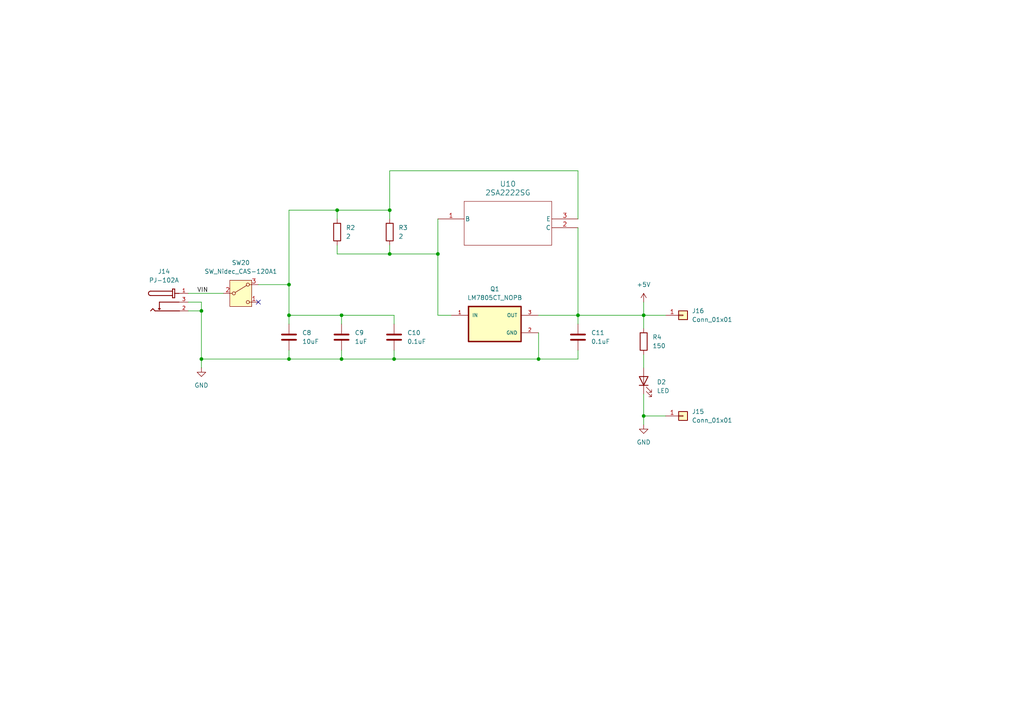
<source format=kicad_sch>
(kicad_sch (version 20250114) (generator "eeschema") (generator_version "9.0")
  (paper "A4")
  (lib_symbols
    (symbol "2025-09-25_04-52-18:2SA2222SG" (pin_names (offset 0.254))
      (property "Reference" "U" (at 20.32 10.16 0))
      (property "Value" "2SA2222SG" (at 20.32 7.62 0))
      (symbol "2SA2222SG_0_1"
        (polyline (pts (xy 7.62 5.08) (xy 7.62 -7.62)) (stroke (width 0.127)))
        (polyline (pts (xy 7.62 -7.62) (xy 33.02 -7.62)) (stroke (width 0.127)))
        (polyline (pts (xy 33.02 5.08) (xy 7.62 5.08)) (stroke (width 0.127)))
        (polyline (pts (xy 33.02 -7.62) (xy 33.02 5.08)) (stroke (width 0.127)))
        (pin unspecified line (at 0 0 0) (length 7.62) (name "B") (number "1"))
        (pin unspecified line (at 40.64 0 180) (length 7.62) (name "E") (number "3"))
        (pin unspecified line (at 40.64 -2.54 180) (length 7.62) (name "C") (number "2"))
      )
    )
    (symbol "Connector_Generic:Conn_01x01" (pin_names (offset 1.016) (hide yes))
      (property "Reference" "J" (at 0 2.54 0))
      (property "Value" "Conn_01x01" (at 0 -2.54 0))
      (symbol "Conn_01x01_1_1"
        (rectangle (start -1.27 1.27) (end 1.27 -1.27) (stroke (width 0.254)) (fill (type background)))
        (rectangle (start -1.27 0.127) (end 0 -0.127) (stroke (width 0.1524)))
        (pin passive line (at -5.08 0 0) (length 3.81) (name "Pin_1") (number "1"))
      )
    )
    (symbol "Device:C" (pin_numbers (hide yes)) (pin_names (offset 0.254))
      (property "Reference" "C" (at 0.635 2.54 0))
      (property "Value" "C" (at 0.635 -2.54 0))
      (symbol "C_0_1"
        (polyline (pts (xy -2.032 0.762) (xy 2.032 0.762)) (stroke (width 0.508)))
        (polyline (pts (xy -2.032 -0.762) (xy 2.032 -0.762)) (stroke (width 0.508)))
      )
      (symbol "C_1_1"
        (pin passive line (at 0 3.81 270) (length 2.794) (name "~") (number "1"))
        (pin passive line (at 0 -3.81 90) (length 2.794) (name "~") (number "2"))
      )
    )
    (symbol "Device:LED" (pin_numbers (hide yes)) (pin_names (offset 1.016) (hide yes))
      (property "Reference" "D" (at 0 2.54 0))
      (property "Value" "LED" (at 0 -2.54 0))
      (symbol "LED_0_1"
        (polyline (pts (xy -3.048 -0.762) (xy -4.572 -2.286) (xy -3.81 -2.286) (xy -4.572 -2.286) (xy -4.572 -1.524)))
        (polyline (pts (xy -1.778 -0.762) (xy -3.302 -2.286) (xy -2.54 -2.286) (xy -3.302 -2.286) (xy -3.302 -1.524)))
        (polyline (pts (xy -1.27 0) (xy 1.27 0)))
        (polyline (pts (xy -1.27 -1.27) (xy -1.27 1.27)) (stroke (width 0.254)))
        (polyline (pts (xy 1.27 -1.27) (xy 1.27 1.27) (xy -1.27 0) (xy 1.27 -1.27)) (stroke (width 0.254)))
      )
      (symbol "LED_1_1"
        (pin passive line (at -3.81 0 0) (length 2.54) (name "K") (number "1"))
        (pin passive line (at 3.81 0 180) (length 2.54) (name "A") (number "2"))
      )
    )
    (symbol "Device:R" (pin_numbers (hide yes)) (pin_names (offset 0))
      (property "Reference" "R" (at 2.032 0 90))
      (property "Value" "R" (at 0 0 90))
      (symbol "R_0_1"
        (rectangle (start -1.016 -2.54) (end 1.016 2.54) (stroke (width 0.254)))
      )
      (symbol "R_1_1"
        (pin passive line (at 0 3.81 270) (length 1.27) (name "~") (number "1"))
        (pin passive line (at 0 -3.81 90) (length 1.27) (name "~") (number "2"))
      )
    )
    (symbol "LM7805CT_NOPB:LM7805CT_NOPB" (pin_names (offset 1.016))
      (property "Reference" "Q" (at -7.6274 5.7206 0))
      (property "Value" "LM7805CT_NOPB" (at -7.6285 -7.6285 0))
      (symbol "LM7805CT_NOPB_0_0"
        (rectangle (start -7.62 -5.08) (end 7.62 5.08) (stroke (width 0.4064)) (fill (type background)))
        (pin input line (at -12.7 2.54 0) (length 5.08) (name "IN") (number "1"))
        (pin output line (at 12.7 2.54 180) (length 5.08) (name "OUT") (number "3"))
        (pin power_in line (at 12.7 -2.54 180) (length 5.08) (name "GND") (number "2"))
      )
    )
    (symbol "PJ-102A:PJ-102A" (pin_names (offset 1.016))
      (property "Reference" "J" (at -7.6333 3.0533 0))
      (property "Value" "PJ-102A" (at -7.6363 -10.1817 0))
      (symbol "PJ-102A_0_0"
        (polyline (pts (xy -5.842 0.635) (xy 0.508 0.635)) (stroke (width 0.254)))
        (polyline (pts (xy -5.842 -0.635) (xy 0.508 -0.635)) (stroke (width 0.254)))
        (arc (start -5.842 -0.635) (mid -6.4742 0) (end -5.842 0.635) (stroke (width 0.254)))
        (polyline (pts (xy -5.207 -4.445) (xy -5.842 -5.08)) (stroke (width 0.254)))
        (polyline (pts (xy -4.572 -5.08) (xy -5.207 -4.445)) (stroke (width 0.254)))
        (polyline (pts (xy -3.556 -4.445) (xy -3.302 -4.699)) (stroke (width 0.254)))
        (polyline (pts (xy -3.302 -2.54) (xy -3.302 -4.445)) (stroke (width 0.254)))
        (polyline (pts (xy -3.302 -4.699) (xy -3.048 -4.445)) (stroke (width 0.254)))
        (polyline (pts (xy -3.048 -4.445) (xy -3.556 -4.445)) (stroke (width 0.254)))
        (polyline (pts (xy 0.508 1.27) (xy 0.508 -1.27)) (stroke (width 0.254)))
        (polyline (pts (xy 0.508 -1.27) (xy 1.143 -1.27)) (stroke (width 0.254)))
        (polyline (pts (xy 1.143 1.27) (xy 0.508 1.27)) (stroke (width 0.254)))
        (polyline (pts (xy 1.143 0) (xy 1.143 1.27)) (stroke (width 0.254)))
        (polyline (pts (xy 1.143 0) (xy 2.413 0)) (stroke (width 0.254)))
        (polyline (pts (xy 1.143 -1.27) (xy 1.143 0)) (stroke (width 0.254)))
        (polyline (pts (xy 2.413 -2.54) (xy -3.302 -2.54)) (stroke (width 0.254)))
        (polyline (pts (xy 2.54 -5.08) (xy -4.572 -5.08)) (stroke (width 0.254)))
        (pin power_in line (at 5.08 0 180) (length 2.54) (name "~") (number "1"))
        (pin power_in line (at 5.08 -2.54 180) (length 2.54) (name "~") (number "3"))
        (pin power_in line (at 5.08 -5.08 180) (length 2.54) (name "~") (number "2"))
      )
    )
    (symbol "Switch:SW_Nidec_CAS-120A1" (pin_names (offset 1) (hide yes))
      (property "Reference" "SW" (at 0 4.318 0))
      (property "Value" "SW_Nidec_CAS-120A1" (at 0 -5.08 0))
      (symbol "SW_Nidec_CAS-120A1_0_1"
        (circle (center -2.032 0) (radius 0.4572))
        (polyline (pts (xy -1.651 0.254) (xy 1.651 2.286)))
        (circle (center 2.032 2.54) (radius 0.4572))
        (circle (center 2.032 -2.54) (radius 0.4572))
      )
      (symbol "SW_Nidec_CAS-120A1_1_1"
        (rectangle (start -3.175 3.81) (end 3.175 -3.81) (fill (type background)))
        (pin passive line (at -5.08 0 0) (length 2.54) (name "B") (number "2"))
        (pin passive line (at 5.08 2.54 180) (length 2.54) (name "A") (number "3"))
        (pin passive line (at 5.08 -2.54 180) (length 2.54) (name "C") (number "1"))
      )
    )
    (symbol "power:+5V" (power) (pin_numbers (hide yes)) (pin_names (offset 0) (hide yes))
      (property "Value" "+5V" (at 0 3.556 0))
      (symbol "+5V_0_1"
        (polyline (pts (xy -0.762 1.27) (xy 0 2.54)))
        (polyline (pts (xy 0 2.54) (xy 0.762 1.27)))
        (polyline (pts (xy 0 0) (xy 0 2.54)))
      )
      (symbol "+5V_1_1"
        (pin power_in line (at 0 0 90) (length 0) (name "~") (number "1"))
      )
    )
    (symbol "power:GND" (power) (pin_numbers (hide yes)) (pin_names (offset 0) (hide yes))
      (property "Value" "GND" (at 0 -3.81 0))
      (symbol "GND_0_1"
        (polyline (pts (xy 0 0) (xy 0 -1.27) (xy 1.27 -1.27) (xy 0 -2.54) (xy -1.27 -1.27) (xy 0 -1.27)))
      )
      (symbol "GND_1_1"
        (pin power_in line (at 0 0 270) (length 0) (name "~") (number "1"))
      )
    )
  )
  (junction (at 58.42 90.17))
  (junction (at 186.69 120.65))
  (junction (at 83.82 82.55))
  (junction (at 58.42 104.14))
  (junction (at 97.79 60.96))
  (junction (at 83.82 104.14))
  (junction (at 83.82 91.44))
  (junction (at 99.06 104.14))
  (junction (at 113.03 60.96))
  (junction (at 127 73.66))
  (junction (at 114.3 104.14))
  (junction (at 186.69 91.44))
  (junction (at 167.64 91.44))
  (junction (at 113.03 73.66))
  (junction (at 99.06 91.44))
  (junction (at 156.21 104.14))
  (no_connect (at 74.93 87.63))
  (wire (pts (xy 83.82 104.14) (xy 83.82 101.6)))
  (wire (pts (xy 156.21 96.52) (xy 156.21 104.14)))
  (wire (pts (xy 167.64 49.53) (xy 113.03 49.53)))
  (wire (pts (xy 54.61 85.09) (xy 64.77 85.09)))
  (wire (pts (xy 97.79 60.96) (xy 113.03 60.96)))
  (wire (pts (xy 167.64 66.04) (xy 167.64 91.44)))
  (wire (pts (xy 99.06 104.14) (xy 114.3 104.14)))
  (wire (pts (xy 186.69 102.87) (xy 186.69 106.68)))
  (wire (pts (xy 193.04 91.44) (xy 186.69 91.44)))
  (wire (pts (xy 156.21 91.44) (xy 167.64 91.44)))
  (wire (pts (xy 99.06 91.44) (xy 99.06 93.98)))
  (wire (pts (xy 127 73.66) (xy 113.03 73.66)))
  (wire (pts (xy 58.42 104.14) (xy 83.82 104.14)))
  (wire (pts (xy 58.42 104.14) (xy 58.42 106.68)))
  (wire (pts (xy 113.03 60.96) (xy 113.03 63.5)))
  (wire (pts (xy 97.79 60.96) (xy 83.82 60.96)))
  (wire (pts (xy 97.79 73.66) (xy 113.03 73.66)))
  (wire (pts (xy 186.69 114.3) (xy 186.69 120.65)))
  (wire (pts (xy 193.04 120.65) (xy 186.69 120.65)))
  (wire (pts (xy 186.69 91.44) (xy 186.69 95.25)))
  (wire (pts (xy 58.42 90.17) (xy 58.42 104.14)))
  (wire (pts (xy 127 73.66) (xy 127 91.44)))
  (wire (pts (xy 54.61 87.63) (xy 58.42 87.63)))
  (wire (pts (xy 156.21 104.14) (xy 114.3 104.14)))
  (wire (pts (xy 113.03 73.66) (xy 113.03 71.12)))
  (wire (pts (xy 167.64 63.5) (xy 167.64 49.53)))
  (wire (pts (xy 127 91.44) (xy 130.81 91.44)))
  (wire (pts (xy 114.3 104.14) (xy 114.3 101.6)))
  (wire (pts (xy 99.06 91.44) (xy 114.3 91.44)))
  (wire (pts (xy 113.03 49.53) (xy 113.03 60.96)))
  (wire (pts (xy 97.79 71.12) (xy 97.79 73.66)))
  (wire (pts (xy 167.64 91.44) (xy 167.64 93.98)))
  (wire (pts (xy 167.64 101.6) (xy 167.64 104.14)))
  (wire (pts (xy 83.82 91.44) (xy 83.82 93.98)))
  (wire (pts (xy 97.79 63.5) (xy 97.79 60.96)))
  (wire (pts (xy 167.64 91.44) (xy 186.69 91.44)))
  (wire (pts (xy 83.82 104.14) (xy 99.06 104.14)))
  (wire (pts (xy 54.61 90.17) (xy 58.42 90.17)))
  (wire (pts (xy 186.69 120.65) (xy 186.69 123.19)))
  (wire (pts (xy 58.42 87.63) (xy 58.42 90.17)))
  (wire (pts (xy 127 63.5) (xy 127 73.66)))
  (wire (pts (xy 167.64 104.14) (xy 156.21 104.14)))
  (wire (pts (xy 83.82 82.55) (xy 83.82 91.44)))
  (wire (pts (xy 83.82 60.96) (xy 83.82 82.55)))
  (wire (pts (xy 114.3 91.44) (xy 114.3 93.98)))
  (wire (pts (xy 74.93 82.55) (xy 83.82 82.55)))
  (wire (pts (xy 83.82 91.44) (xy 99.06 91.44)))
  (wire (pts (xy 99.06 101.6) (xy 99.06 104.14)))
  (wire (pts (xy 186.69 87.63) (xy 186.69 91.44)))
  (label "VIN" (at 57.15 85.09 0))
  (symbol (lib_id "Device:C") (at 99.06 97.79 0) (unit 1)
    (property "Reference" "C9" (at 102.87 96.5199 0) (effects (justify left)))
    (property "Value" "1uF" (at 102.87 99.0599 0) (effects (justify left)))
    (property "Footprint" "Capacitor_SMD:C_1206_3216Metric_Pad1.33x1.80mm_HandSolder" (effects (hide yes)))
    (property "Description" "Unpolarized capacitor" (effects (hide yes)))
  )
  (symbol (lib_id "Device:C") (at 114.3 97.79 0) (unit 1)
    (property "Reference" "C10" (at 118.11 96.5199 0) (effects (justify left)))
    (property "Value" "0.1uF" (at 118.11 99.0599 0) (effects (justify left)))
    (property "Footprint" "Capacitor_SMD:C_1206_3216Metric_Pad1.33x1.80mm_HandSolder" (effects (hide yes)))
    (property "Description" "Unpolarized capacitor" (effects (hide yes)))
  )
  (symbol (lib_id "Device:R") (at 113.03 67.31 0) (unit 1)
    (property "Reference" "R3" (at 115.57 66.0399 0) (effects (justify left)))
    (property "Value" "2" (at 115.57 68.5799 0) (effects (justify left)))
    (property "Footprint" "Resistor_SMD:R_1206_3216Metric_Pad1.30x1.75mm_HandSolder" (effects (hide yes)))
    (property "Description" "Resistor" (effects (hide yes)))
  )
  (symbol (lib_id "PJ-102A:PJ-102A") (at 49.53 85.09 0) (unit 1)
    (property "Reference" "J14" (at 47.5629 78.74 0))
    (property "Value" "PJ-102A" (at 47.5629 81.28 0))
    (property "Footprint" "Connector_BarrelJack:BarrelJack_CUI_PJ-102AH_Horizontal" (effects (hide yes)))
    (property "MF" "CUI" (effects (hide yes)))
    (property "DESCRIPTION" "2.0 mm Center Pin%2C 2.5 A%2C Right Angle%2C Through Hole%2C Tapered Pins%2C Dc Power Jack Connector" (effects (hide yes)))
    (property "PACKAGE" "None" (effects (hide yes)))
    (property "PRICE" "0.44 USD" (effects (hide yes)))
    (property "MP" "PJ-102A" (effects (hide yes)))
    (property "AVAILABILITY" "Good" (effects (hide yes)))
    (property "MANUFACTURER" "CUI inc" (effects (hide yes)))
  )
  (symbol (lib_id "Switch:SW_Nidec_CAS-120A1") (at 69.85 85.09 0) (unit 1)
    (property "Reference" "SW20" (at 69.85 76.2 0))
    (property "Value" "SW_Nidec_CAS-120A1" (at 69.85 78.74 0))
    (property "Footprint" "imports:500SSP1S1M2QEA" (effects (hide yes)))
    (property "Datasheet" "https://www.nidec-components.com/e/catalog/switch/cas.pdf" (effects (hide yes)))
    (property "Description" "Switch, single pole double throw" (effects (hide yes)))
  )
  (symbol (lib_id "LM7805CT_NOPB:LM7805CT_NOPB") (at 143.51 93.98 0) (unit 1)
    (property "Reference" "Q1" (at 143.51 83.82 0))
    (property "Value" "LM7805CT_NOPB" (at 143.51 86.36 0))
    (property "Footprint" "imports:TO254P1054X470X2600-3" (effects (hide yes)))
    (property "PARTREV" "LTR" (effects (hide yes)))
    (property "STANDARD" "IPC-7351B" (effects (hide yes)))
    (property "MANUFACTURER" "Texas instruments" (effects (hide yes)))
  )
  (symbol (lib_id "power:GND") (at 58.42 106.68 0) (unit 1)
    (property "Reference" "#PWR022" (effects (hide yes)))
    (property "Value" "GND" (at 58.42 111.76 0))
    (property "Description" "Power symbol creates a global label with name \"GND\" , ground" (effects (hide yes)))
  )
  (symbol (lib_id "Device:C") (at 167.64 97.79 0) (unit 1)
    (property "Reference" "C11" (at 171.45 96.5199 0) (effects (justify left)))
    (property "Value" "0.1uF" (at 171.45 99.0599 0) (effects (justify left)))
    (property "Footprint" "Capacitor_SMD:C_1206_3216Metric_Pad1.33x1.80mm_HandSolder" (effects (hide yes)))
    (property "Description" "Unpolarized capacitor" (effects (hide yes)))
  )
  (symbol (lib_id "Connector_Generic:Conn_01x01") (at 198.12 91.44 0) (unit 1)
    (property "Reference" "J16" (at 200.66 90.1699 0) (effects (justify left)))
    (property "Value" "Conn_01x01" (at 200.66 92.7099 0) (effects (justify left)))
    (property "Footprint" "Connector_PinHeader_2.54mm:PinHeader_1x01_P2.54mm_Vertical" (effects (hide yes)))
    (property "Description" "Generic connector, single row, 01x01, script generated (kicad-library-utils/schlib/autogen/connector/)" (effects (hide yes)))
  )
  (symbol (lib_id "Device:R") (at 186.69 99.06 0) (unit 1)
    (property "Reference" "R4" (at 189.23 97.7899 0) (effects (justify left)))
    (property "Value" "150" (at 189.23 100.3299 0) (effects (justify left)))
    (property "Footprint" "Resistor_SMD:R_1206_3216Metric_Pad1.30x1.75mm_HandSolder" (effects (hide yes)))
    (property "Description" "Resistor" (effects (hide yes)))
  )
  (symbol (lib_id "Device:R") (at 97.79 67.31 0) (unit 1)
    (property "Reference" "R2" (at 100.33 66.0399 0) (effects (justify left)))
    (property "Value" "2" (at 100.33 68.5799 0) (effects (justify left)))
    (property "Footprint" "Resistor_SMD:R_1206_3216Metric_Pad1.30x1.75mm_HandSolder" (effects (hide yes)))
    (property "Description" "Resistor" (effects (hide yes)))
  )
  (symbol (lib_id "Device:C") (at 83.82 97.79 0) (unit 1)
    (property "Reference" "C8" (at 87.63 96.5199 0) (effects (justify left)))
    (property "Value" "10uF" (at 87.63 99.0599 0) (effects (justify left)))
    (property "Footprint" "Capacitor_SMD:C_1206_3216Metric_Pad1.33x1.80mm_HandSolder" (effects (hide yes)))
    (property "Description" "Unpolarized capacitor" (effects (hide yes)))
  )
  (symbol (lib_id "Connector_Generic:Conn_01x01") (at 198.12 120.65 0) (unit 1)
    (property "Reference" "J15" (at 200.66 119.3799 0) (effects (justify left)))
    (property "Value" "Conn_01x01" (at 200.66 121.9199 0) (effects (justify left)))
    (property "Footprint" "Connector_PinHeader_2.54mm:PinHeader_1x01_P2.54mm_Vertical" (effects (hide yes)))
    (property "Description" "Generic connector, single row, 01x01, script generated (kicad-library-utils/schlib/autogen/connector/)" (effects (hide yes)))
  )
  (symbol (lib_id "2025-09-25_04-52-18:2SA2222SG") (at 127 63.5 0) (unit 1)
    (property "Reference" "U10" (at 147.32 53.34 0) (effects (font (size 1.524 1.524))))
    (property "Value" "2SA2222SG" (at 147.32 55.88 0) (effects (font (size 1.524 1.524))))
    (property "Footprint" "imports:TO-220F-3SG_15P87X10P16_ONS" (effects (hide yes)))
    (property "Datasheet" "2SA2222SG" (effects (hide yes)))
  )
  (symbol (lib_id "power:GND") (at 186.69 123.19 0) (unit 1)
    (property "Reference" "#PWR024" (effects (hide yes)))
    (property "Value" "GND" (at 186.69 128.27 0))
    (property "Description" "Power symbol creates a global label with name \"GND\" , ground" (effects (hide yes)))
  )
  (symbol (lib_id "Device:LED") (at 186.69 110.49 90) (unit 1)
    (property "Reference" "D2" (at 190.5 110.8074 90) (effects (justify right)))
    (property "Value" "LED" (at 190.5 113.3474 90) (effects (justify right)))
    (property "Footprint" "LED_THT:LED_D3.0mm" (effects (hide yes)))
    (property "Description" "Light emitting diode" (effects (hide yes)))
    (property "Sim.Pins" "1=K 2=A" (effects (hide yes)))
  )
  (symbol (lib_id "power:+5V") (at 186.69 87.63 0) (unit 1)
    (property "Reference" "#PWR023" (effects (hide yes)))
    (property "Value" "+5V" (at 186.69 82.55 0))
    (property "Description" "Power symbol creates a global label with name \"+5V\"" (effects (hide yes)))
  )
)
</source>
